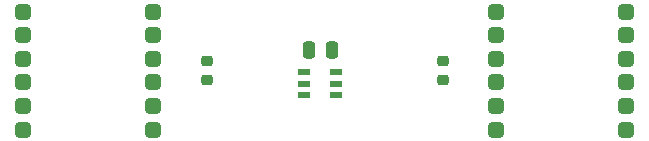
<source format=gbr>
%TF.GenerationSoftware,KiCad,Pcbnew,7.0.11*%
%TF.CreationDate,2024-12-11T15:28:39-03:00*%
%TF.ProjectId,Placa_DetectorParticulas,506c6163-615f-4446-9574-6563746f7250,rev?*%
%TF.SameCoordinates,Original*%
%TF.FileFunction,Paste,Top*%
%TF.FilePolarity,Positive*%
%FSLAX46Y46*%
G04 Gerber Fmt 4.6, Leading zero omitted, Abs format (unit mm)*
G04 Created by KiCad (PCBNEW 7.0.11) date 2024-12-11 15:28:39*
%MOMM*%
%LPD*%
G01*
G04 APERTURE LIST*
G04 Aperture macros list*
%AMRoundRect*
0 Rectangle with rounded corners*
0 $1 Rounding radius*
0 $2 $3 $4 $5 $6 $7 $8 $9 X,Y pos of 4 corners*
0 Add a 4 corners polygon primitive as box body*
4,1,4,$2,$3,$4,$5,$6,$7,$8,$9,$2,$3,0*
0 Add four circle primitives for the rounded corners*
1,1,$1+$1,$2,$3*
1,1,$1+$1,$4,$5*
1,1,$1+$1,$6,$7*
1,1,$1+$1,$8,$9*
0 Add four rect primitives between the rounded corners*
20,1,$1+$1,$2,$3,$4,$5,0*
20,1,$1+$1,$4,$5,$6,$7,0*
20,1,$1+$1,$6,$7,$8,$9,0*
20,1,$1+$1,$8,$9,$2,$3,0*%
G04 Aperture macros list end*
%ADD10R,0.977900X0.558800*%
%ADD11RoundRect,0.218750X-0.256250X0.218750X-0.256250X-0.218750X0.256250X-0.218750X0.256250X0.218750X0*%
%ADD12RoundRect,0.250000X-0.250000X-0.475000X0.250000X-0.475000X0.250000X0.475000X-0.250000X0.475000X0*%
%ADD13RoundRect,0.337500X-0.337500X-0.337500X0.337500X-0.337500X0.337500X0.337500X-0.337500X0.337500X0*%
G04 APERTURE END LIST*
D10*
%TO.C,U14*%
X91000000Y-107300000D03*
X91000000Y-106349999D03*
X91000000Y-105399998D03*
X88269500Y-105399998D03*
X88269500Y-106349999D03*
X88269500Y-107300000D03*
%TD*%
D11*
%TO.C,D3*%
X80000000Y-104462500D03*
X80000000Y-106037500D03*
%TD*%
D12*
%TO.C,C32*%
X88700000Y-103500000D03*
X90600000Y-103500000D03*
%TD*%
D11*
%TO.C,D4*%
X100000000Y-104462500D03*
X100000000Y-106037500D03*
%TD*%
D13*
%TO.C,U15*%
X64500000Y-100250000D03*
X64500000Y-102250000D03*
X64500000Y-104250000D03*
X64500000Y-106250000D03*
X64500000Y-108250000D03*
X64500000Y-110250000D03*
X75500000Y-110250000D03*
X75500000Y-108250000D03*
X75500000Y-106250000D03*
X75500000Y-104250000D03*
X75500000Y-102250000D03*
X75500000Y-100250000D03*
%TD*%
%TO.C,U16*%
X104500000Y-100250000D03*
X104500000Y-102250000D03*
X104500000Y-104250000D03*
X104500000Y-106250000D03*
X104500000Y-108250000D03*
X104500000Y-110250000D03*
X115500000Y-110250000D03*
X115500000Y-108250000D03*
X115500000Y-106250000D03*
X115500000Y-104250000D03*
X115500000Y-102250000D03*
X115500000Y-100250000D03*
%TD*%
M02*

</source>
